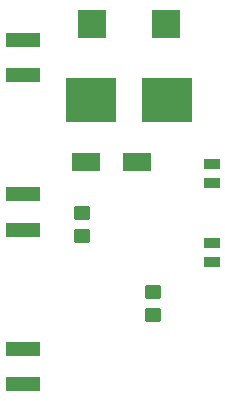
<source format=gbr>
%TF.GenerationSoftware,KiCad,Pcbnew,9.0.5*%
%TF.CreationDate,2026-01-09T15:49:09-08:00*%
%TF.ProjectId,Linear_Voltage_Regulator,4c696e65-6172-45f5-966f-6c746167655f,rev?*%
%TF.SameCoordinates,Original*%
%TF.FileFunction,Paste,Top*%
%TF.FilePolarity,Positive*%
%FSLAX46Y46*%
G04 Gerber Fmt 4.6, Leading zero omitted, Abs format (unit mm)*
G04 Created by KiCad (PCBNEW 9.0.5) date 2026-01-09 15:49:09*
%MOMM*%
%LPD*%
G01*
G04 APERTURE LIST*
G04 Aperture macros list*
%AMRoundRect*
0 Rectangle with rounded corners*
0 $1 Rounding radius*
0 $2 $3 $4 $5 $6 $7 $8 $9 X,Y pos of 4 corners*
0 Add a 4 corners polygon primitive as box body*
4,1,4,$2,$3,$4,$5,$6,$7,$8,$9,$2,$3,0*
0 Add four circle primitives for the rounded corners*
1,1,$1+$1,$2,$3*
1,1,$1+$1,$4,$5*
1,1,$1+$1,$6,$7*
1,1,$1+$1,$8,$9*
0 Add four rect primitives between the rounded corners*
20,1,$1+$1,$2,$3,$4,$5,0*
20,1,$1+$1,$4,$5,$6,$7,0*
20,1,$1+$1,$6,$7,$8,$9,0*
20,1,$1+$1,$8,$9,$2,$3,0*%
G04 Aperture macros list end*
%ADD10R,2.920000X1.270000*%
%ADD11R,2.350000X1.550000*%
%ADD12R,1.390000X0.910000*%
%ADD13R,2.370000X2.430000*%
%ADD14R,4.241800X3.810000*%
%ADD15RoundRect,0.250000X-0.450000X0.350000X-0.450000X-0.350000X0.450000X-0.350000X0.450000X0.350000X0*%
%ADD16R,1.430000X0.940000*%
G04 APERTURE END LIST*
D10*
%TO.C,J3*%
X140500000Y-109800000D03*
X140500000Y-112800000D03*
%TD*%
D11*
%TO.C,D1*%
X150150000Y-93975000D03*
X145850000Y-93975000D03*
%TD*%
D12*
%TO.C,C2*%
X156500000Y-95820000D03*
X156500000Y-94180000D03*
%TD*%
D10*
%TO.C,J1*%
X140500000Y-86650000D03*
X140500000Y-83650000D03*
%TD*%
D13*
%TO.C,C1*%
X146380000Y-82300000D03*
X152620000Y-82300000D03*
%TD*%
D14*
%TO.C,F1*%
X146312300Y-88800000D03*
X152687700Y-88800000D03*
%TD*%
D15*
%TO.C,R2*%
X151500000Y-105000000D03*
X151500000Y-107000000D03*
%TD*%
D10*
%TO.C,J2*%
X140500000Y-99725000D03*
X140500000Y-96725000D03*
%TD*%
D15*
%TO.C,R1*%
X145500000Y-98300000D03*
X145500000Y-100300000D03*
%TD*%
D16*
%TO.C,C3*%
X156500000Y-100835000D03*
X156500000Y-102475000D03*
%TD*%
M02*

</source>
